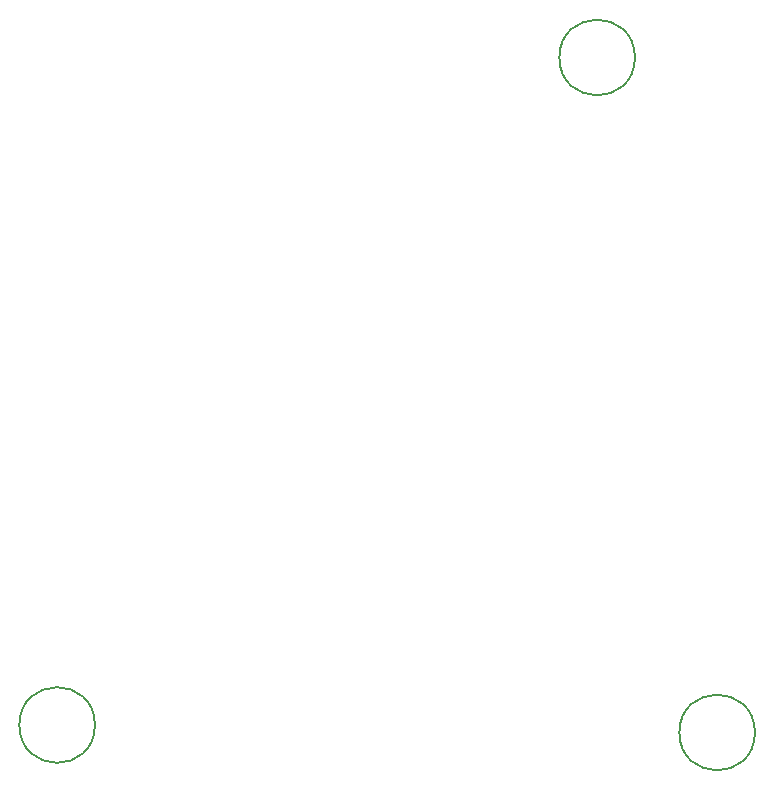
<source format=gbr>
%TF.GenerationSoftware,KiCad,Pcbnew,(5.1.7)-1*%
%TF.CreationDate,2021-07-10T18:44:26+02:00*%
%TF.ProjectId,p_ytka_podno_nik,70427974-6b61-45f7-906f-646e6f5b6e69,rev?*%
%TF.SameCoordinates,Original*%
%TF.FileFunction,Other,Comment*%
%FSLAX46Y46*%
G04 Gerber Fmt 4.6, Leading zero omitted, Abs format (unit mm)*
G04 Created by KiCad (PCBNEW (5.1.7)-1) date 2021-07-10 18:44:26*
%MOMM*%
%LPD*%
G01*
G04 APERTURE LIST*
%ADD10C,0.150000*%
G04 APERTURE END LIST*
D10*
%TO.C,REF\u002A\u002A*%
X160045000Y-60325000D02*
G75*
G03*
X160045000Y-60325000I-3200000J0D01*
G01*
X170205000Y-117475000D02*
G75*
G03*
X170205000Y-117475000I-3200000J0D01*
G01*
X114325000Y-116840000D02*
G75*
G03*
X114325000Y-116840000I-3200000J0D01*
G01*
%TD*%
M02*

</source>
